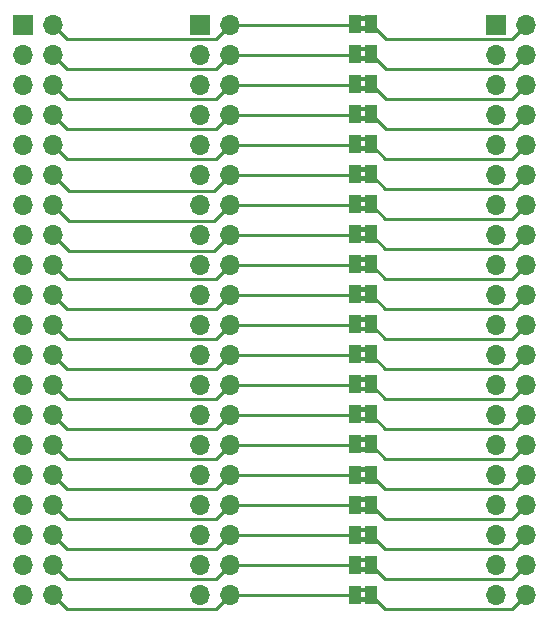
<source format=gbr>
%TF.GenerationSoftware,KiCad,Pcbnew,(5.1.9-16-g1737927814)-1*%
%TF.CreationDate,2021-05-16T11:48:57-05:00*%
%TF.ProjectId,40_pin_breakout,34305f70-696e-45f6-9272-65616b6f7574,rev?*%
%TF.SameCoordinates,Original*%
%TF.FileFunction,Copper,L1,Top*%
%TF.FilePolarity,Positive*%
%FSLAX46Y46*%
G04 Gerber Fmt 4.6, Leading zero omitted, Abs format (unit mm)*
G04 Created by KiCad (PCBNEW (5.1.9-16-g1737927814)-1) date 2021-05-16 11:48:57*
%MOMM*%
%LPD*%
G01*
G04 APERTURE LIST*
%TA.AperFunction,EtchedComponent*%
%ADD10C,0.100000*%
%TD*%
%TA.AperFunction,SMDPad,CuDef*%
%ADD11R,1.000000X1.500000*%
%TD*%
%TA.AperFunction,ComponentPad*%
%ADD12O,1.700000X1.700000*%
%TD*%
%TA.AperFunction,ComponentPad*%
%ADD13R,1.700000X1.700000*%
%TD*%
%TA.AperFunction,Conductor*%
%ADD14C,0.250000*%
%TD*%
G04 APERTURE END LIST*
D10*
%TO.C,JP39*%
G36*
X88525000Y-44300000D02*
G01*
X89025000Y-44300000D01*
X89025000Y-44700000D01*
X88525000Y-44700000D01*
X88525000Y-44300000D01*
G37*
G36*
X88525000Y-45100000D02*
G01*
X89025000Y-45100000D01*
X89025000Y-45500000D01*
X88525000Y-45500000D01*
X88525000Y-45100000D01*
G37*
%TO.C,JP37*%
G36*
X88525000Y-46845263D02*
G01*
X89025000Y-46845263D01*
X89025000Y-47245263D01*
X88525000Y-47245263D01*
X88525000Y-46845263D01*
G37*
G36*
X88525000Y-47645263D02*
G01*
X89025000Y-47645263D01*
X89025000Y-48045263D01*
X88525000Y-48045263D01*
X88525000Y-47645263D01*
G37*
%TO.C,JP35*%
G36*
X88525000Y-49390526D02*
G01*
X89025000Y-49390526D01*
X89025000Y-49790526D01*
X88525000Y-49790526D01*
X88525000Y-49390526D01*
G37*
G36*
X88525000Y-50190526D02*
G01*
X89025000Y-50190526D01*
X89025000Y-50590526D01*
X88525000Y-50590526D01*
X88525000Y-50190526D01*
G37*
%TO.C,JP33*%
G36*
X88525000Y-51935789D02*
G01*
X89025000Y-51935789D01*
X89025000Y-52335789D01*
X88525000Y-52335789D01*
X88525000Y-51935789D01*
G37*
G36*
X88525000Y-52735789D02*
G01*
X89025000Y-52735789D01*
X89025000Y-53135789D01*
X88525000Y-53135789D01*
X88525000Y-52735789D01*
G37*
%TO.C,JP31*%
G36*
X88525000Y-54481052D02*
G01*
X89025000Y-54481052D01*
X89025000Y-54881052D01*
X88525000Y-54881052D01*
X88525000Y-54481052D01*
G37*
G36*
X88525000Y-55281052D02*
G01*
X89025000Y-55281052D01*
X89025000Y-55681052D01*
X88525000Y-55681052D01*
X88525000Y-55281052D01*
G37*
%TO.C,JP29*%
G36*
X88525000Y-57026315D02*
G01*
X89025000Y-57026315D01*
X89025000Y-57426315D01*
X88525000Y-57426315D01*
X88525000Y-57026315D01*
G37*
G36*
X88525000Y-57826315D02*
G01*
X89025000Y-57826315D01*
X89025000Y-58226315D01*
X88525000Y-58226315D01*
X88525000Y-57826315D01*
G37*
%TO.C,JP27*%
G36*
X88525000Y-59571578D02*
G01*
X89025000Y-59571578D01*
X89025000Y-59971578D01*
X88525000Y-59971578D01*
X88525000Y-59571578D01*
G37*
G36*
X88525000Y-60371578D02*
G01*
X89025000Y-60371578D01*
X89025000Y-60771578D01*
X88525000Y-60771578D01*
X88525000Y-60371578D01*
G37*
%TO.C,JP25*%
G36*
X88525000Y-62116841D02*
G01*
X89025000Y-62116841D01*
X89025000Y-62516841D01*
X88525000Y-62516841D01*
X88525000Y-62116841D01*
G37*
G36*
X88525000Y-62916841D02*
G01*
X89025000Y-62916841D01*
X89025000Y-63316841D01*
X88525000Y-63316841D01*
X88525000Y-62916841D01*
G37*
%TO.C,JP23*%
G36*
X88525000Y-64662104D02*
G01*
X89025000Y-64662104D01*
X89025000Y-65062104D01*
X88525000Y-65062104D01*
X88525000Y-64662104D01*
G37*
G36*
X88525000Y-65462104D02*
G01*
X89025000Y-65462104D01*
X89025000Y-65862104D01*
X88525000Y-65862104D01*
X88525000Y-65462104D01*
G37*
%TO.C,JP21*%
G36*
X88525000Y-67207367D02*
G01*
X89025000Y-67207367D01*
X89025000Y-67607367D01*
X88525000Y-67607367D01*
X88525000Y-67207367D01*
G37*
G36*
X88525000Y-68007367D02*
G01*
X89025000Y-68007367D01*
X89025000Y-68407367D01*
X88525000Y-68407367D01*
X88525000Y-68007367D01*
G37*
%TO.C,JP19*%
G36*
X88525000Y-69752630D02*
G01*
X89025000Y-69752630D01*
X89025000Y-70152630D01*
X88525000Y-70152630D01*
X88525000Y-69752630D01*
G37*
G36*
X88525000Y-70552630D02*
G01*
X89025000Y-70552630D01*
X89025000Y-70952630D01*
X88525000Y-70952630D01*
X88525000Y-70552630D01*
G37*
%TO.C,JP17*%
G36*
X88525000Y-72297893D02*
G01*
X89025000Y-72297893D01*
X89025000Y-72697893D01*
X88525000Y-72697893D01*
X88525000Y-72297893D01*
G37*
G36*
X88525000Y-73097893D02*
G01*
X89025000Y-73097893D01*
X89025000Y-73497893D01*
X88525000Y-73497893D01*
X88525000Y-73097893D01*
G37*
%TO.C,JP15*%
G36*
X88525000Y-74843156D02*
G01*
X89025000Y-74843156D01*
X89025000Y-75243156D01*
X88525000Y-75243156D01*
X88525000Y-74843156D01*
G37*
G36*
X88525000Y-75643156D02*
G01*
X89025000Y-75643156D01*
X89025000Y-76043156D01*
X88525000Y-76043156D01*
X88525000Y-75643156D01*
G37*
%TO.C,JP13*%
G36*
X88525000Y-77388419D02*
G01*
X89025000Y-77388419D01*
X89025000Y-77788419D01*
X88525000Y-77788419D01*
X88525000Y-77388419D01*
G37*
G36*
X88525000Y-78188419D02*
G01*
X89025000Y-78188419D01*
X89025000Y-78588419D01*
X88525000Y-78588419D01*
X88525000Y-78188419D01*
G37*
%TO.C,JP11*%
G36*
X88525000Y-79933682D02*
G01*
X89025000Y-79933682D01*
X89025000Y-80333682D01*
X88525000Y-80333682D01*
X88525000Y-79933682D01*
G37*
G36*
X88525000Y-80733682D02*
G01*
X89025000Y-80733682D01*
X89025000Y-81133682D01*
X88525000Y-81133682D01*
X88525000Y-80733682D01*
G37*
%TO.C,JP9*%
G36*
X88525000Y-82478945D02*
G01*
X89025000Y-82478945D01*
X89025000Y-82878945D01*
X88525000Y-82878945D01*
X88525000Y-82478945D01*
G37*
G36*
X88525000Y-83278945D02*
G01*
X89025000Y-83278945D01*
X89025000Y-83678945D01*
X88525000Y-83678945D01*
X88525000Y-83278945D01*
G37*
%TO.C,JP7*%
G36*
X88525000Y-85024208D02*
G01*
X89025000Y-85024208D01*
X89025000Y-85424208D01*
X88525000Y-85424208D01*
X88525000Y-85024208D01*
G37*
G36*
X88525000Y-85824208D02*
G01*
X89025000Y-85824208D01*
X89025000Y-86224208D01*
X88525000Y-86224208D01*
X88525000Y-85824208D01*
G37*
%TO.C,JP5*%
G36*
X88525000Y-87569471D02*
G01*
X89025000Y-87569471D01*
X89025000Y-87969471D01*
X88525000Y-87969471D01*
X88525000Y-87569471D01*
G37*
G36*
X88525000Y-88369471D02*
G01*
X89025000Y-88369471D01*
X89025000Y-88769471D01*
X88525000Y-88769471D01*
X88525000Y-88369471D01*
G37*
%TO.C,JP3*%
G36*
X88525000Y-90114734D02*
G01*
X89025000Y-90114734D01*
X89025000Y-90514734D01*
X88525000Y-90514734D01*
X88525000Y-90114734D01*
G37*
G36*
X88525000Y-90914734D02*
G01*
X89025000Y-90914734D01*
X89025000Y-91314734D01*
X88525000Y-91314734D01*
X88525000Y-90914734D01*
G37*
%TO.C,JP1*%
G36*
X88525000Y-92659997D02*
G01*
X89025000Y-92659997D01*
X89025000Y-93059997D01*
X88525000Y-93059997D01*
X88525000Y-92659997D01*
G37*
G36*
X88525000Y-93459997D02*
G01*
X89025000Y-93459997D01*
X89025000Y-93859997D01*
X88525000Y-93859997D01*
X88525000Y-93459997D01*
G37*
%TD*%
D11*
%TO.P,JP39,2*%
%TO.N,PIN_02_B*%
X89425000Y-44900000D03*
%TO.P,JP39,1*%
%TO.N,PIN_02*%
X88125000Y-44900000D03*
%TD*%
%TO.P,JP37,2*%
%TO.N,PIN_04_B*%
X89425000Y-47445263D03*
%TO.P,JP37,1*%
%TO.N,PIN_04*%
X88125000Y-47445263D03*
%TD*%
%TO.P,JP35,2*%
%TO.N,PIN_06_B*%
X89425000Y-49990526D03*
%TO.P,JP35,1*%
%TO.N,PIN_06*%
X88125000Y-49990526D03*
%TD*%
%TO.P,JP33,2*%
%TO.N,PIN_08_B*%
X89425000Y-52535789D03*
%TO.P,JP33,1*%
%TO.N,PIN_08*%
X88125000Y-52535789D03*
%TD*%
%TO.P,JP31,2*%
%TO.N,PIN_10_B*%
X89425000Y-55081052D03*
%TO.P,JP31,1*%
%TO.N,PIN_10*%
X88125000Y-55081052D03*
%TD*%
%TO.P,JP29,2*%
%TO.N,PIN_12_B*%
X89425000Y-57626315D03*
%TO.P,JP29,1*%
%TO.N,PIN_12*%
X88125000Y-57626315D03*
%TD*%
%TO.P,JP27,2*%
%TO.N,PIN_14_B*%
X89425000Y-60171578D03*
%TO.P,JP27,1*%
%TO.N,PIN_14*%
X88125000Y-60171578D03*
%TD*%
%TO.P,JP25,2*%
%TO.N,PIN_16_B*%
X89425000Y-62716841D03*
%TO.P,JP25,1*%
%TO.N,PIN_16*%
X88125000Y-62716841D03*
%TD*%
%TO.P,JP23,2*%
%TO.N,PIN_18_B*%
X89425000Y-65262104D03*
%TO.P,JP23,1*%
%TO.N,PIN_18*%
X88125000Y-65262104D03*
%TD*%
%TO.P,JP21,2*%
%TO.N,PIN_20_B*%
X89425000Y-67807367D03*
%TO.P,JP21,1*%
%TO.N,PIN_20*%
X88125000Y-67807367D03*
%TD*%
%TO.P,JP19,2*%
%TO.N,PIN_22_B*%
X89425000Y-70352630D03*
%TO.P,JP19,1*%
%TO.N,PIN_22*%
X88125000Y-70352630D03*
%TD*%
%TO.P,JP17,2*%
%TO.N,PIN_24_B*%
X89425000Y-72897893D03*
%TO.P,JP17,1*%
%TO.N,PIN_24*%
X88125000Y-72897893D03*
%TD*%
%TO.P,JP15,2*%
%TO.N,PIN_26_B*%
X89425000Y-75443156D03*
%TO.P,JP15,1*%
%TO.N,PIN_26*%
X88125000Y-75443156D03*
%TD*%
%TO.P,JP13,2*%
%TO.N,PIN_28_B*%
X89425000Y-77988419D03*
%TO.P,JP13,1*%
%TO.N,PIN_28*%
X88125000Y-77988419D03*
%TD*%
%TO.P,JP11,2*%
%TO.N,PIN_30_B*%
X89425000Y-80533682D03*
%TO.P,JP11,1*%
%TO.N,PIN_30*%
X88125000Y-80533682D03*
%TD*%
%TO.P,JP9,2*%
%TO.N,PIN_32_B*%
X89425000Y-83078945D03*
%TO.P,JP9,1*%
%TO.N,PIN_32*%
X88125000Y-83078945D03*
%TD*%
%TO.P,JP7,2*%
%TO.N,PIN_34_B*%
X89425000Y-85624208D03*
%TO.P,JP7,1*%
%TO.N,PIN_34*%
X88125000Y-85624208D03*
%TD*%
%TO.P,JP5,2*%
%TO.N,PIN_36_B*%
X89425000Y-88169471D03*
%TO.P,JP5,1*%
%TO.N,PIN_36*%
X88125000Y-88169471D03*
%TD*%
%TO.P,JP3,2*%
%TO.N,PIN_38_B*%
X89425000Y-90714734D03*
%TO.P,JP3,1*%
%TO.N,PIN_38*%
X88125000Y-90714734D03*
%TD*%
%TO.P,JP1,2*%
%TO.N,PIN_40_B*%
X89425000Y-93259997D03*
%TO.P,JP1,1*%
%TO.N,PIN_40*%
X88125000Y-93259997D03*
%TD*%
D12*
%TO.P,J3,40*%
%TO.N,PIN_40_B*%
X102540000Y-93260000D03*
%TO.P,J3,39*%
%TO.N,PIN_39_B*%
X100000000Y-93260000D03*
%TO.P,J3,38*%
%TO.N,PIN_38_B*%
X102540000Y-90720000D03*
%TO.P,J3,37*%
%TO.N,PIN_37_B*%
X100000000Y-90720000D03*
%TO.P,J3,36*%
%TO.N,PIN_36_B*%
X102540000Y-88180000D03*
%TO.P,J3,35*%
%TO.N,PIN_35_B*%
X100000000Y-88180000D03*
%TO.P,J3,34*%
%TO.N,PIN_34_B*%
X102540000Y-85640000D03*
%TO.P,J3,33*%
%TO.N,PIN_33_B*%
X100000000Y-85640000D03*
%TO.P,J3,32*%
%TO.N,PIN_32_B*%
X102540000Y-83100000D03*
%TO.P,J3,31*%
%TO.N,PIN_31_B*%
X100000000Y-83100000D03*
%TO.P,J3,30*%
%TO.N,PIN_30_B*%
X102540000Y-80560000D03*
%TO.P,J3,29*%
%TO.N,PIN_29_B*%
X100000000Y-80560000D03*
%TO.P,J3,28*%
%TO.N,PIN_28_B*%
X102540000Y-78020000D03*
%TO.P,J3,27*%
%TO.N,PIN_27_B*%
X100000000Y-78020000D03*
%TO.P,J3,26*%
%TO.N,PIN_26_B*%
X102540000Y-75480000D03*
%TO.P,J3,25*%
%TO.N,PIN_25_B*%
X100000000Y-75480000D03*
%TO.P,J3,24*%
%TO.N,PIN_24_B*%
X102540000Y-72940000D03*
%TO.P,J3,23*%
%TO.N,PIN_23_B*%
X100000000Y-72940000D03*
%TO.P,J3,22*%
%TO.N,PIN_22_B*%
X102540000Y-70400000D03*
%TO.P,J3,21*%
%TO.N,PIN_21_B*%
X100000000Y-70400000D03*
%TO.P,J3,20*%
%TO.N,PIN_20_B*%
X102540000Y-67860000D03*
%TO.P,J3,19*%
%TO.N,PIN_19_B*%
X100000000Y-67860000D03*
%TO.P,J3,18*%
%TO.N,PIN_18_B*%
X102540000Y-65320000D03*
%TO.P,J3,17*%
%TO.N,PIN_17_B*%
X100000000Y-65320000D03*
%TO.P,J3,16*%
%TO.N,PIN_16_B*%
X102540000Y-62780000D03*
%TO.P,J3,15*%
%TO.N,PIN_15_B*%
X100000000Y-62780000D03*
%TO.P,J3,14*%
%TO.N,PIN_14_B*%
X102540000Y-60240000D03*
%TO.P,J3,13*%
%TO.N,PIN_13_B*%
X100000000Y-60240000D03*
%TO.P,J3,12*%
%TO.N,PIN_12_B*%
X102540000Y-57700000D03*
%TO.P,J3,11*%
%TO.N,PIN_11_B*%
X100000000Y-57700000D03*
%TO.P,J3,10*%
%TO.N,PIN_10_B*%
X102540000Y-55160000D03*
%TO.P,J3,9*%
%TO.N,PIN_09_B*%
X100000000Y-55160000D03*
%TO.P,J3,8*%
%TO.N,PIN_08_B*%
X102540000Y-52620000D03*
%TO.P,J3,7*%
%TO.N,PIN_07_B*%
X100000000Y-52620000D03*
%TO.P,J3,6*%
%TO.N,PIN_06_B*%
X102540000Y-50080000D03*
%TO.P,J3,5*%
%TO.N,PIN_05_B*%
X100000000Y-50080000D03*
%TO.P,J3,4*%
%TO.N,PIN_04_B*%
X102540000Y-47540000D03*
%TO.P,J3,3*%
%TO.N,PIN_03_B*%
X100000000Y-47540000D03*
%TO.P,J3,2*%
%TO.N,PIN_02_B*%
X102540000Y-45000000D03*
D13*
%TO.P,J3,1*%
%TO.N,PIN_01_B*%
X100000000Y-45000000D03*
%TD*%
D12*
%TO.P,J2,40*%
%TO.N,PIN_40*%
X77540000Y-93260000D03*
%TO.P,J2,39*%
%TO.N,PIN_39*%
X75000000Y-93260000D03*
%TO.P,J2,38*%
%TO.N,PIN_38*%
X77540000Y-90720000D03*
%TO.P,J2,37*%
%TO.N,PIN_37*%
X75000000Y-90720000D03*
%TO.P,J2,36*%
%TO.N,PIN_36*%
X77540000Y-88180000D03*
%TO.P,J2,35*%
%TO.N,PIN_35*%
X75000000Y-88180000D03*
%TO.P,J2,34*%
%TO.N,PIN_34*%
X77540000Y-85640000D03*
%TO.P,J2,33*%
%TO.N,PIN_33*%
X75000000Y-85640000D03*
%TO.P,J2,32*%
%TO.N,PIN_32*%
X77540000Y-83100000D03*
%TO.P,J2,31*%
%TO.N,PIN_31*%
X75000000Y-83100000D03*
%TO.P,J2,30*%
%TO.N,PIN_30*%
X77540000Y-80560000D03*
%TO.P,J2,29*%
%TO.N,PIN_29*%
X75000000Y-80560000D03*
%TO.P,J2,28*%
%TO.N,PIN_28*%
X77540000Y-78020000D03*
%TO.P,J2,27*%
%TO.N,PIN_27*%
X75000000Y-78020000D03*
%TO.P,J2,26*%
%TO.N,PIN_26*%
X77540000Y-75480000D03*
%TO.P,J2,25*%
%TO.N,PIN_25*%
X75000000Y-75480000D03*
%TO.P,J2,24*%
%TO.N,PIN_24*%
X77540000Y-72940000D03*
%TO.P,J2,23*%
%TO.N,PIN_23*%
X75000000Y-72940000D03*
%TO.P,J2,22*%
%TO.N,PIN_22*%
X77540000Y-70400000D03*
%TO.P,J2,21*%
%TO.N,PIN_21*%
X75000000Y-70400000D03*
%TO.P,J2,20*%
%TO.N,PIN_20*%
X77540000Y-67860000D03*
%TO.P,J2,19*%
%TO.N,PIN_19*%
X75000000Y-67860000D03*
%TO.P,J2,18*%
%TO.N,PIN_18*%
X77540000Y-65320000D03*
%TO.P,J2,17*%
%TO.N,PIN_17*%
X75000000Y-65320000D03*
%TO.P,J2,16*%
%TO.N,PIN_16*%
X77540000Y-62780000D03*
%TO.P,J2,15*%
%TO.N,PIN_15*%
X75000000Y-62780000D03*
%TO.P,J2,14*%
%TO.N,PIN_14*%
X77540000Y-60240000D03*
%TO.P,J2,13*%
%TO.N,PIN_13*%
X75000000Y-60240000D03*
%TO.P,J2,12*%
%TO.N,PIN_12*%
X77540000Y-57700000D03*
%TO.P,J2,11*%
%TO.N,PIN_11*%
X75000000Y-57700000D03*
%TO.P,J2,10*%
%TO.N,PIN_10*%
X77540000Y-55160000D03*
%TO.P,J2,9*%
%TO.N,PIN_09*%
X75000000Y-55160000D03*
%TO.P,J2,8*%
%TO.N,PIN_08*%
X77540000Y-52620000D03*
%TO.P,J2,7*%
%TO.N,PIN_07*%
X75000000Y-52620000D03*
%TO.P,J2,6*%
%TO.N,PIN_06*%
X77540000Y-50080000D03*
%TO.P,J2,5*%
%TO.N,PIN_05*%
X75000000Y-50080000D03*
%TO.P,J2,4*%
%TO.N,PIN_04*%
X77540000Y-47540000D03*
%TO.P,J2,3*%
%TO.N,PIN_03*%
X75000000Y-47540000D03*
%TO.P,J2,2*%
%TO.N,PIN_02*%
X77540000Y-45000000D03*
D13*
%TO.P,J2,1*%
%TO.N,PIN_01*%
X75000000Y-45000000D03*
%TD*%
D12*
%TO.P,J1,40*%
%TO.N,PIN_40*%
X62540000Y-93260000D03*
%TO.P,J1,39*%
%TO.N,PIN_39*%
X60000000Y-93260000D03*
%TO.P,J1,38*%
%TO.N,PIN_38*%
X62540000Y-90720000D03*
%TO.P,J1,37*%
%TO.N,PIN_37*%
X60000000Y-90720000D03*
%TO.P,J1,36*%
%TO.N,PIN_36*%
X62540000Y-88180000D03*
%TO.P,J1,35*%
%TO.N,PIN_35*%
X60000000Y-88180000D03*
%TO.P,J1,34*%
%TO.N,PIN_34*%
X62540000Y-85640000D03*
%TO.P,J1,33*%
%TO.N,PIN_33*%
X60000000Y-85640000D03*
%TO.P,J1,32*%
%TO.N,PIN_32*%
X62540000Y-83100000D03*
%TO.P,J1,31*%
%TO.N,PIN_31*%
X60000000Y-83100000D03*
%TO.P,J1,30*%
%TO.N,PIN_30*%
X62540000Y-80560000D03*
%TO.P,J1,29*%
%TO.N,PIN_29*%
X60000000Y-80560000D03*
%TO.P,J1,28*%
%TO.N,PIN_28*%
X62540000Y-78020000D03*
%TO.P,J1,27*%
%TO.N,PIN_27*%
X60000000Y-78020000D03*
%TO.P,J1,26*%
%TO.N,PIN_26*%
X62540000Y-75480000D03*
%TO.P,J1,25*%
%TO.N,PIN_25*%
X60000000Y-75480000D03*
%TO.P,J1,24*%
%TO.N,PIN_24*%
X62540000Y-72940000D03*
%TO.P,J1,23*%
%TO.N,PIN_23*%
X60000000Y-72940000D03*
%TO.P,J1,22*%
%TO.N,PIN_22*%
X62540000Y-70400000D03*
%TO.P,J1,21*%
%TO.N,PIN_21*%
X60000000Y-70400000D03*
%TO.P,J1,20*%
%TO.N,PIN_20*%
X62540000Y-67860000D03*
%TO.P,J1,19*%
%TO.N,PIN_19*%
X60000000Y-67860000D03*
%TO.P,J1,18*%
%TO.N,PIN_18*%
X62540000Y-65320000D03*
%TO.P,J1,17*%
%TO.N,PIN_17*%
X60000000Y-65320000D03*
%TO.P,J1,16*%
%TO.N,PIN_16*%
X62540000Y-62780000D03*
%TO.P,J1,15*%
%TO.N,PIN_15*%
X60000000Y-62780000D03*
%TO.P,J1,14*%
%TO.N,PIN_14*%
X62540000Y-60240000D03*
%TO.P,J1,13*%
%TO.N,PIN_13*%
X60000000Y-60240000D03*
%TO.P,J1,12*%
%TO.N,PIN_12*%
X62540000Y-57700000D03*
%TO.P,J1,11*%
%TO.N,PIN_11*%
X60000000Y-57700000D03*
%TO.P,J1,10*%
%TO.N,PIN_10*%
X62540000Y-55160000D03*
%TO.P,J1,9*%
%TO.N,PIN_09*%
X60000000Y-55160000D03*
%TO.P,J1,8*%
%TO.N,PIN_08*%
X62540000Y-52620000D03*
%TO.P,J1,7*%
%TO.N,PIN_07*%
X60000000Y-52620000D03*
%TO.P,J1,6*%
%TO.N,PIN_06*%
X62540000Y-50080000D03*
%TO.P,J1,5*%
%TO.N,PIN_05*%
X60000000Y-50080000D03*
%TO.P,J1,4*%
%TO.N,PIN_04*%
X62540000Y-47540000D03*
%TO.P,J1,3*%
%TO.N,PIN_03*%
X60000000Y-47540000D03*
%TO.P,J1,2*%
%TO.N,PIN_02*%
X62540000Y-45000000D03*
D13*
%TO.P,J1,1*%
%TO.N,PIN_01*%
X60000000Y-45000000D03*
%TD*%
D14*
%TO.N,PIN_40*%
X76364999Y-94435001D02*
X77540000Y-93260000D01*
X63715001Y-94435001D02*
X76364999Y-94435001D01*
X62540000Y-93260000D02*
X63715001Y-94435001D01*
X88124997Y-93260000D02*
X88125000Y-93259997D01*
X77540000Y-93260000D02*
X88124997Y-93260000D01*
%TO.N,PIN_38*%
X76364999Y-91895001D02*
X77540000Y-90720000D01*
X63715001Y-91895001D02*
X76364999Y-91895001D01*
X62540000Y-90720000D02*
X63715001Y-91895001D01*
X88119734Y-90720000D02*
X88125000Y-90714734D01*
X77540000Y-90720000D02*
X88119734Y-90720000D01*
%TO.N,PIN_36*%
X76364999Y-89355001D02*
X77540000Y-88180000D01*
X63715001Y-89355001D02*
X76364999Y-89355001D01*
X62540000Y-88180000D02*
X63715001Y-89355001D01*
X88114471Y-88180000D02*
X88125000Y-88169471D01*
X77540000Y-88180000D02*
X88114471Y-88180000D01*
%TO.N,PIN_34*%
X63715001Y-86815001D02*
X76364999Y-86815001D01*
X76364999Y-86815001D02*
X77540000Y-85640000D01*
X62540000Y-85640000D02*
X63715001Y-86815001D01*
X88109208Y-85640000D02*
X88125000Y-85624208D01*
X77540000Y-85640000D02*
X88109208Y-85640000D01*
%TO.N,PIN_32*%
X63715001Y-84275001D02*
X76364999Y-84275001D01*
X76364999Y-84275001D02*
X77540000Y-83100000D01*
X62540000Y-83100000D02*
X63715001Y-84275001D01*
X88103945Y-83100000D02*
X88125000Y-83078945D01*
X77540000Y-83100000D02*
X88103945Y-83100000D01*
%TO.N,PIN_30*%
X76364999Y-81735001D02*
X77540000Y-80560000D01*
X63715001Y-81735001D02*
X76364999Y-81735001D01*
X62540000Y-80560000D02*
X63715001Y-81735001D01*
X88098682Y-80560000D02*
X88125000Y-80533682D01*
X77540000Y-80560000D02*
X88098682Y-80560000D01*
%TO.N,PIN_28*%
X76364999Y-79195001D02*
X77540000Y-78020000D01*
X63715001Y-79195001D02*
X76364999Y-79195001D01*
X62540000Y-78020000D02*
X63715001Y-79195001D01*
X88093419Y-78020000D02*
X88125000Y-77988419D01*
X77540000Y-78020000D02*
X88093419Y-78020000D01*
%TO.N,PIN_26*%
X63715001Y-76655001D02*
X76364999Y-76655001D01*
X76364999Y-76655001D02*
X77540000Y-75480000D01*
X62540000Y-75480000D02*
X63715001Y-76655001D01*
X88088156Y-75480000D02*
X88125000Y-75443156D01*
X77540000Y-75480000D02*
X88088156Y-75480000D01*
%TO.N,PIN_24*%
X76364999Y-74115001D02*
X77540000Y-72940000D01*
X63715001Y-74115001D02*
X76364999Y-74115001D01*
X62540000Y-72940000D02*
X63715001Y-74115001D01*
X88082893Y-72940000D02*
X88125000Y-72897893D01*
X77540000Y-72940000D02*
X88082893Y-72940000D01*
%TO.N,PIN_22*%
X76364999Y-71575001D02*
X77540000Y-70400000D01*
X63715001Y-71575001D02*
X76364999Y-71575001D01*
X62540000Y-70400000D02*
X63715001Y-71575001D01*
X88077630Y-70400000D02*
X88125000Y-70352630D01*
X77540000Y-70400000D02*
X88077630Y-70400000D01*
%TO.N,PIN_20*%
X76364999Y-69035001D02*
X77540000Y-67860000D01*
X63715001Y-69035001D02*
X76364999Y-69035001D01*
X62540000Y-67860000D02*
X63715001Y-69035001D01*
X88072367Y-67860000D02*
X88125000Y-67807367D01*
X77540000Y-67860000D02*
X88072367Y-67860000D01*
%TO.N,PIN_18*%
X76364999Y-66495001D02*
X77540000Y-65320000D01*
X63715001Y-66495001D02*
X76364999Y-66495001D01*
X62540000Y-65320000D02*
X63715001Y-66495001D01*
X88067104Y-65320000D02*
X88125000Y-65262104D01*
X77540000Y-65320000D02*
X88067104Y-65320000D01*
%TO.N,PIN_16*%
X76175001Y-64144999D02*
X77540000Y-62780000D01*
X63904999Y-64144999D02*
X76175001Y-64144999D01*
X62540000Y-62780000D02*
X63904999Y-64144999D01*
X88061841Y-62780000D02*
X88125000Y-62716841D01*
X77540000Y-62780000D02*
X88061841Y-62780000D01*
%TO.N,PIN_14*%
X76175001Y-61604999D02*
X77540000Y-60240000D01*
X63904999Y-61604999D02*
X76175001Y-61604999D01*
X62540000Y-60240000D02*
X63904999Y-61604999D01*
X88056578Y-60240000D02*
X88125000Y-60171578D01*
X77540000Y-60240000D02*
X88056578Y-60240000D01*
%TO.N,PIN_12*%
X76175001Y-59064999D02*
X77540000Y-57700000D01*
X63904999Y-59064999D02*
X76175001Y-59064999D01*
X62540000Y-57700000D02*
X63904999Y-59064999D01*
X88051315Y-57700000D02*
X88125000Y-57626315D01*
X77540000Y-57700000D02*
X88051315Y-57700000D01*
%TO.N,PIN_10*%
X76364999Y-56335001D02*
X77540000Y-55160000D01*
X63715001Y-56335001D02*
X76364999Y-56335001D01*
X62540000Y-55160000D02*
X63715001Y-56335001D01*
X88046052Y-55160000D02*
X88125000Y-55081052D01*
X77540000Y-55160000D02*
X88046052Y-55160000D01*
%TO.N,PIN_08*%
X76364999Y-53795001D02*
X77540000Y-52620000D01*
X63715001Y-53795001D02*
X76364999Y-53795001D01*
X62540000Y-52620000D02*
X63715001Y-53795001D01*
X88040789Y-52620000D02*
X88125000Y-52535789D01*
X77540000Y-52620000D02*
X88040789Y-52620000D01*
%TO.N,PIN_06*%
X76364999Y-51255001D02*
X77540000Y-50080000D01*
X63715001Y-51255001D02*
X76364999Y-51255001D01*
X62540000Y-50080000D02*
X63715001Y-51255001D01*
X88035526Y-50080000D02*
X88125000Y-49990526D01*
X77540000Y-50080000D02*
X88035526Y-50080000D01*
%TO.N,PIN_04*%
X76364999Y-48715001D02*
X77540000Y-47540000D01*
X63715001Y-48715001D02*
X76364999Y-48715001D01*
X62540000Y-47540000D02*
X63715001Y-48715001D01*
X88030263Y-47540000D02*
X88125000Y-47445263D01*
X77540000Y-47540000D02*
X88030263Y-47540000D01*
%TO.N,PIN_02*%
X76364999Y-46175001D02*
X77540000Y-45000000D01*
X63715001Y-46175001D02*
X76364999Y-46175001D01*
X62540000Y-45000000D02*
X63715001Y-46175001D01*
X88025000Y-45000000D02*
X88125000Y-44900000D01*
X77540000Y-45000000D02*
X88025000Y-45000000D01*
%TO.N,PIN_40_B*%
X101364999Y-94435001D02*
X102540000Y-93260000D01*
X90600004Y-94435001D02*
X101364999Y-94435001D01*
X89425000Y-93259997D02*
X90600004Y-94435001D01*
%TO.N,PIN_38_B*%
X101364999Y-91895001D02*
X102540000Y-90720000D01*
X90605267Y-91895001D02*
X101364999Y-91895001D01*
X89425000Y-90714734D02*
X90605267Y-91895001D01*
%TO.N,PIN_36_B*%
X101364999Y-89355001D02*
X102540000Y-88180000D01*
X90610530Y-89355001D02*
X101364999Y-89355001D01*
X89425000Y-88169471D02*
X90610530Y-89355001D01*
%TO.N,PIN_34_B*%
X101364999Y-86815001D02*
X102540000Y-85640000D01*
X90615793Y-86815001D02*
X101364999Y-86815001D01*
X89425000Y-85624208D02*
X90615793Y-86815001D01*
%TO.N,PIN_32_B*%
X101364999Y-84275001D02*
X102540000Y-83100000D01*
X90621056Y-84275001D02*
X101364999Y-84275001D01*
X89425000Y-83078945D02*
X90621056Y-84275001D01*
%TO.N,PIN_30_B*%
X90626319Y-81735001D02*
X101364999Y-81735001D01*
X101364999Y-81735001D02*
X102540000Y-80560000D01*
X89425000Y-80533682D02*
X90626319Y-81735001D01*
%TO.N,PIN_28_B*%
X101364999Y-79195001D02*
X102540000Y-78020000D01*
X90631582Y-79195001D02*
X101364999Y-79195001D01*
X89425000Y-77988419D02*
X90631582Y-79195001D01*
%TO.N,PIN_26_B*%
X101364999Y-76655001D02*
X102540000Y-75480000D01*
X90636845Y-76655001D02*
X101364999Y-76655001D01*
X89425000Y-75443156D02*
X90636845Y-76655001D01*
%TO.N,PIN_24_B*%
X101364999Y-74115001D02*
X102540000Y-72940000D01*
X90642108Y-74115001D02*
X101364999Y-74115001D01*
X89425000Y-72897893D02*
X90642108Y-74115001D01*
%TO.N,PIN_22_B*%
X101364999Y-71575001D02*
X102540000Y-70400000D01*
X90647371Y-71575001D02*
X101364999Y-71575001D01*
X89425000Y-70352630D02*
X90647371Y-71575001D01*
%TO.N,PIN_20_B*%
X101364999Y-69035001D02*
X102540000Y-67860000D01*
X90652634Y-69035001D02*
X101364999Y-69035001D01*
X89425000Y-67807367D02*
X90652634Y-69035001D01*
%TO.N,PIN_18_B*%
X101364999Y-66495001D02*
X102540000Y-65320000D01*
X90657897Y-66495001D02*
X101364999Y-66495001D01*
X89425000Y-65262104D02*
X90657897Y-66495001D01*
%TO.N,PIN_16_B*%
X101364999Y-63955001D02*
X102540000Y-62780000D01*
X90663160Y-63955001D02*
X101364999Y-63955001D01*
X89425000Y-62716841D02*
X90663160Y-63955001D01*
%TO.N,PIN_14_B*%
X101364999Y-61415001D02*
X102540000Y-60240000D01*
X90668423Y-61415001D02*
X101364999Y-61415001D01*
X89425000Y-60171578D02*
X90668423Y-61415001D01*
%TO.N,PIN_12_B*%
X101364999Y-58875001D02*
X102540000Y-57700000D01*
X90673686Y-58875001D02*
X101364999Y-58875001D01*
X89425000Y-57626315D02*
X90673686Y-58875001D01*
%TO.N,PIN_10_B*%
X101364999Y-56335001D02*
X102540000Y-55160000D01*
X90678949Y-56335001D02*
X101364999Y-56335001D01*
X89425000Y-55081052D02*
X90678949Y-56335001D01*
%TO.N,PIN_08_B*%
X101364999Y-53795001D02*
X102540000Y-52620000D01*
X90684212Y-53795001D02*
X101364999Y-53795001D01*
X89425000Y-52535789D02*
X90684212Y-53795001D01*
%TO.N,PIN_06_B*%
X101364999Y-51255001D02*
X102540000Y-50080000D01*
X90689475Y-51255001D02*
X101364999Y-51255001D01*
X89425000Y-49990526D02*
X90689475Y-51255001D01*
%TO.N,PIN_04_B*%
X101364999Y-48715001D02*
X102540000Y-47540000D01*
X90694738Y-48715001D02*
X101364999Y-48715001D01*
X89425000Y-47445263D02*
X90694738Y-48715001D01*
%TO.N,PIN_02_B*%
X101364999Y-46175001D02*
X102540000Y-45000000D01*
X90700001Y-46175001D02*
X101364999Y-46175001D01*
X89425000Y-44900000D02*
X90700001Y-46175001D01*
%TD*%
M02*

</source>
